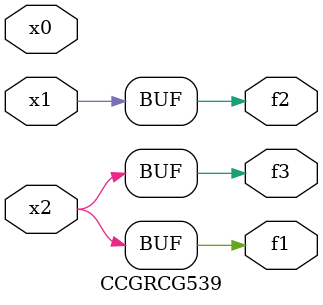
<source format=v>
module CCGRCG539(
	input x0, x1, x2,
	output f1, f2, f3
);
	assign f1 = x2;
	assign f2 = x1;
	assign f3 = x2;
endmodule

</source>
